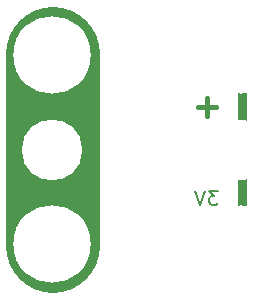
<source format=gbo>
%TF.GenerationSoftware,KiCad,Pcbnew,5.0.0-fee4fd1~66~ubuntu16.04.1*%
%TF.CreationDate,2018-09-25T21:10:17-07:00*%
%TF.ProjectId,3x3-CR2032-Coin-Cell,3378332D4352323033322D436F696E2D,v1.2*%
%TF.SameCoordinates,Original*%
%TF.FileFunction,Legend,Bot*%
%TF.FilePolarity,Positive*%
%FSLAX46Y46*%
G04 Gerber Fmt 4.6, Leading zero omitted, Abs format (unit mm)*
G04 Created by KiCad (PCBNEW 5.0.0-fee4fd1~66~ubuntu16.04.1) date Tue Sep 25 21:10:17 2018*
%MOMM*%
%LPD*%
G01*
G04 APERTURE LIST*
%ADD10C,8.000000*%
%ADD11C,0.762000*%
%ADD12C,0.200000*%
%ADD13C,0.400000*%
%ADD14C,6.552400*%
%ADD15C,5.132400*%
G04 APERTURE END LIST*
D10*
X14324000Y-43280000D02*
X14324000Y-27080000D01*
D11*
X30324000Y-43780000D02*
X30324000Y-27680000D01*
D12*
X28238285Y-38622857D02*
X27495428Y-38622857D01*
X27895428Y-39080000D01*
X27724000Y-39080000D01*
X27609714Y-39137142D01*
X27552571Y-39194285D01*
X27495428Y-39308571D01*
X27495428Y-39594285D01*
X27552571Y-39708571D01*
X27609714Y-39765714D01*
X27724000Y-39822857D01*
X28066857Y-39822857D01*
X28181142Y-39765714D01*
X28238285Y-39708571D01*
X27152571Y-38622857D02*
X26752571Y-39822857D01*
X26352571Y-38622857D01*
D13*
X28085904Y-31522857D02*
X26562095Y-31522857D01*
X27324000Y-32284761D02*
X27324000Y-30760952D01*
%LPC*%
D14*
X30224000Y-43180000D03*
D15*
X22224000Y-43180000D03*
D14*
X14224000Y-43180000D03*
X30224000Y-27180000D03*
D15*
X22224000Y-27180000D03*
D14*
X14224000Y-27180000D03*
D15*
X30224000Y-35180000D03*
X14224000Y-35180000D03*
X22224000Y-35180000D03*
M02*

</source>
